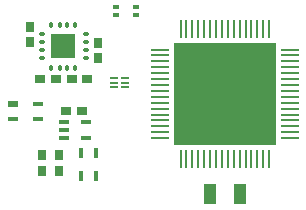
<source format=gbp>
%FSDAX25Y25*%
%MOIN*%
%SFA1B1*%

%IPPOS*%
%ADD11R,0.027560X0.035430*%
%ADD12R,0.035430X0.027560*%
%ADD13R,0.036220X0.015750*%
%ADD47R,0.020470X0.011810*%
%ADD48R,0.342520X0.342520*%
%ADD49R,0.009840X0.061020*%
%ADD50O,0.009840X0.061020*%
%ADD51O,0.061020X0.009840*%
%ADD52R,0.027560X0.008660*%
%ADD53R,0.036220X0.023620*%
%ADD54R,0.039370X0.070870*%
%ADD55R,0.015750X0.036220*%
%ADD56O,0.013780X0.023620*%
%ADD57O,0.023620X0.013780*%
%ADD58R,0.078740X0.078740*%
%LNmoo1.1-1*%
%LPD*%
G54D11*
X0253400Y0352059D03*
Y0346941D03*
X0259000Y0352059D03*
Y0346941D03*
X0272000Y0384441D03*
Y0389559D03*
X0249400Y0389841D03*
Y0394959D03*
G54D12*
X0258059Y0377500D03*
X0252941D03*
X0261541Y0366800D03*
X0266659D03*
X0268559Y0377500D03*
X0263441D03*
G54D13*
X0243735Y0364186D03*
X0252002Y0369304D03*
Y0364186D03*
X0260760Y0363059D03*
X0268240Y0357941D03*
Y0363059D03*
X0260760Y0360500D03*
Y0357941D03*
G54D47*
X0278286Y0399041D03*
Y0401600D03*
X0284900Y0399041D03*
Y0401600D03*
G54D48*
X0314400Y0372600D03*
G54D49*
X0329164Y0350848D03*
G54D50*
X0327195Y0350848D03*
X0325227D03*
X0323258D03*
X0321290D03*
X0319321D03*
X0317353D03*
X0315384D03*
X0313416D03*
X0311447D03*
X0309479D03*
X0307510D03*
X0305542D03*
X0303573D03*
X0301605D03*
X0299636D03*
Y0394352D03*
X0301605D03*
X0303573D03*
X0305542D03*
X0307510D03*
X0309479D03*
X0311447D03*
X0313416D03*
X0315384D03*
X0317353D03*
X0319321D03*
X0321290D03*
X0323258D03*
X0325227D03*
X0327195D03*
X0329164D03*
G54D51*
X0292648Y0357836D03*
Y0359805D03*
Y0361773D03*
Y0363742D03*
Y0365710D03*
Y0367679D03*
Y0369647D03*
Y0371616D03*
Y0373584D03*
Y0375553D03*
Y0377521D03*
Y0379490D03*
Y0381458D03*
Y0383427D03*
Y0385395D03*
Y0387364D03*
X0336152D03*
Y0385395D03*
Y0383427D03*
Y0381458D03*
Y0379490D03*
Y0377521D03*
Y0375553D03*
Y0373584D03*
Y0371616D03*
Y0369647D03*
Y0367679D03*
Y0365710D03*
Y0363742D03*
Y0361773D03*
Y0359805D03*
Y0357836D03*
G54D52*
X0277520Y0377875D03*
Y0376300D03*
Y0374725D03*
X0281279D03*
Y0376300D03*
Y0377875D03*
G54D53*
X0243700Y0369100D03*
G54D54*
X0309479Y0339100D03*
X0319321D03*
G54D55*
X0271609Y0345360D03*
X0266491D03*
Y0352840D03*
X0271609D03*
G54D56*
X0256563Y0395587D03*
Y0381151D03*
X0259319D03*
X0261878D03*
X0264437D03*
X0259319Y0395587D03*
X0261878D03*
X0264437D03*
G54D57*
X0267980Y0392437D03*
Y0389878D03*
Y0387319D03*
Y0384563D03*
X0253413D03*
Y0387319D03*
Y0389878D03*
Y0392437D03*
G54D58*
X0260500Y0388500D03*
M02*
</source>
